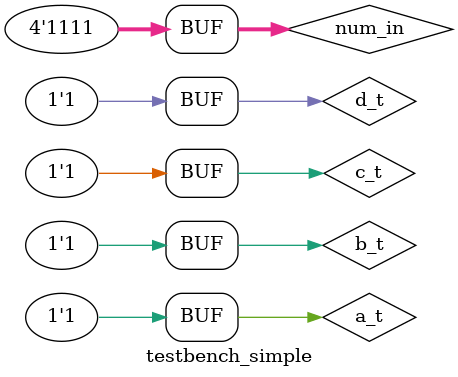
<source format=sv>
`timescale 1ns / 1ps


module testbench_simple();
	logic a_t, b_t, c_t, d_t;  //internal signals for stimulus
	logic [3:0] num_in;
	logic f_logic, f_proc;  // internal signals for outputs

// one instance of the fibinary recognizer described with continuous assignments
fib_continuous DUT_fib_continuous(
	.a(a_t),
	.b(b_t),
	.c(c_t),
	.d(d_t),
	.f(f_logic)
	);

// one instance of the fibinary recognizer described with procedural statements
fib_procedural DUT_fib_procedural(
	.BCD_in(num_in),
	.f(f_proc)
	);

initial begin
	a_t = 1'b0;  b_t = 1'b0; c_t = 1'b0 ; d_t = 1'b0;
	num_in= 4'd0;
	#3
	a_t = 1'b0;  b_t = 1'b0; c_t = 1'b0 ; d_t = 1'b1;
	num_in= 4'd1;
	#3
	a_t = 1'b0;  b_t = 1'b0; c_t = 1'b1 ; d_t = 1'b0;
	num_in= 4'd2;
	#3
	a_t = 1'b0;  b_t = 1'b0; c_t = 1'b1 ; d_t = 1'b1;
	num_in= 4'd3;
	#3
	a_t = 1'b0;  b_t = 1'b1; c_t = 1'b0 ; d_t = 1'b0;
	num_in= 4'd4;
	#3
	a_t = 1'b0;  b_t = 1'b1; c_t = 1'b0 ; d_t = 1'b1;
	num_in= 4'd5;
	#3
	a_t = 1'b0;  b_t = 1'b1; c_t = 1'b1 ; d_t = 1'b0;
	num_in= 4'd6;
	#3
	a_t = 1'b0;  b_t = 1'b1; c_t = 1'b1 ; d_t = 1'b1;
	num_in= 4'd7;
	#3
	a_t = 1'b1;  b_t = 1'b0; c_t = 1'b0 ; d_t = 1'b0;
	num_in= 4'd8;
	#3
	a_t = 1'b1;  b_t = 1'b0; c_t = 1'b0 ; d_t = 1'b1;
	num_in= 4'd9;
	#3
	a_t = 1'b1;  b_t = 1'b0; c_t = 1'b1 ; d_t = 1'b0;
	num_in= 4'd10;
	#3
	a_t = 1'b1;  b_t = 1'b0; c_t = 1'b1 ; d_t = 1'b1;
	num_in= 4'd11;
	#3
	a_t = 1'b1;  b_t = 1'b1; c_t = 1'b0 ; d_t = 1'b0;
	num_in= 4'd12;
	#3
	a_t = 1'b1;  b_t = 1'b1; c_t = 1'b0 ; d_t = 1'b1;
	num_in= 4'd13;
	#3
	a_t = 1'b1;  b_t = 1'b1; c_t = 1'b1 ; d_t = 1'b0;
	num_in= 4'd14;
	#3
	a_t = 1'b1;  b_t = 1'b1; c_t = 1'b1 ; d_t = 1'b1;
	num_in= 4'd15;
end
endmodule
</source>
